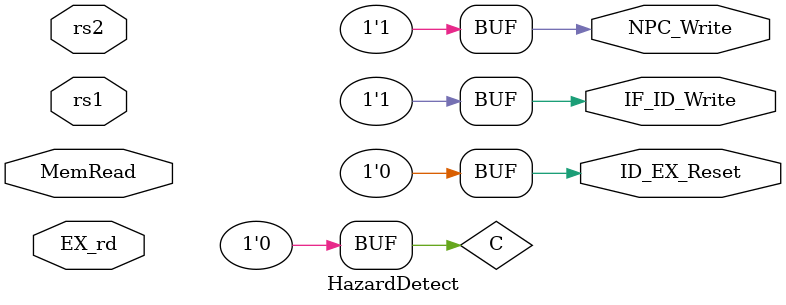
<source format=v>
module HazardDetect(    
    input MemRead,
    input [4:0] EX_rd,
    input [4:0] rs1,
    input [4:0] rs2,
    output ID_EX_Reset,
    output IF_ID_Write,
    output NPC_Write
    );
    
    wire C = 1'b0;
    
    assign C = MemRead && ((EX_rd == rs1) || (EX_rd == rs2));
    
    assign ID_EX_Reset = C ? 1 : 0;
    assign IF_ID_Write = C ? 0 : 1;
    assign NPC_Write = C ? 0 : 1;
endmodule

</source>
